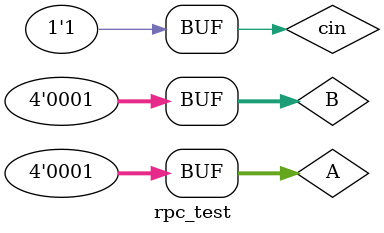
<source format=v>
  module rpc_test;
  reg [3:0]A; reg [3:0]B; reg cin;
wire [3:0]s; wire c;
rpc uut (.s(s), .c(c), .a(A), .b(B), .cin(cin));
   initial begin
	 A	= 0; B = 0; cin = 0;
// Wait 100 ns for global reset to
#100; A=0; B=0; cin=1;
#100; A=0; B=1; cin=0;
#100; A=0; B=1; cin=1;
#100; A=1; B=0; cin=0;
#100; A=1; B=0; cin=1;
#100; A=1; B=1; cin=0;
#100; A=1; B=1; cin=1;
   end
  endmodule

</source>
